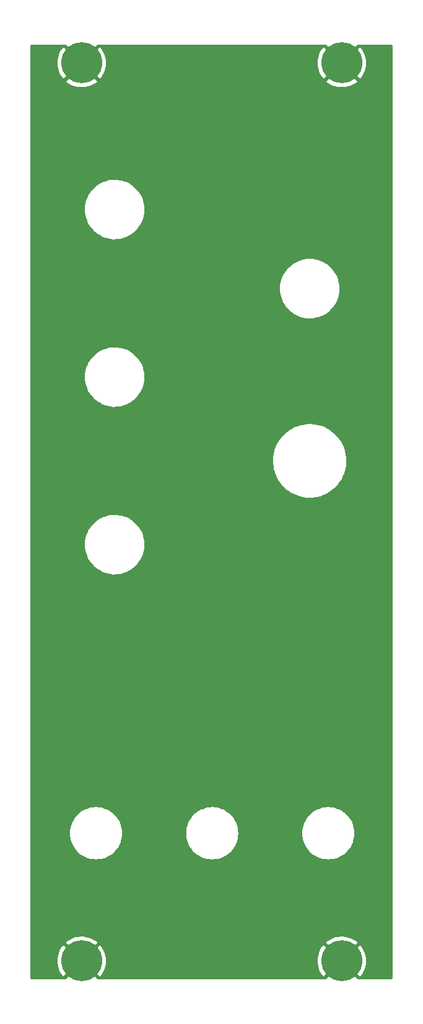
<source format=gbl>
G04 #@! TF.GenerationSoftware,KiCad,Pcbnew,6.0.5+dfsg-1~bpo11+1*
G04 #@! TF.CreationDate,2022-10-14T00:14:09+00:00*
G04 #@! TF.ProjectId,SSI2140_Phase_Shifter_front_panel,53534932-3134-4305-9f50-686173655f53,0*
G04 #@! TF.SameCoordinates,Original*
G04 #@! TF.FileFunction,Copper,L2,Bot*
G04 #@! TF.FilePolarity,Positive*
%FSLAX46Y46*%
G04 Gerber Fmt 4.6, Leading zero omitted, Abs format (unit mm)*
G04 Created by KiCad (PCBNEW 6.0.5+dfsg-1~bpo11+1) date 2022-10-14 00:14:09*
%MOMM*%
%LPD*%
G01*
G04 APERTURE LIST*
G04 #@! TA.AperFunction,ComponentPad*
%ADD10C,5.600000*%
G04 #@! TD*
G04 APERTURE END LIST*
D10*
X126305000Y-32705000D03*
X161865000Y-32705000D03*
X161865000Y-155205000D03*
X126305000Y-155205000D03*
G04 #@! TA.AperFunction,Conductor*
G36*
X124188642Y-30233502D02*
G01*
X124209616Y-30250405D01*
X126292190Y-32332980D01*
X126306131Y-32340592D01*
X126307966Y-32340461D01*
X126314580Y-32336210D01*
X128400384Y-30250405D01*
X128462696Y-30216380D01*
X128489479Y-30213500D01*
X159680521Y-30213500D01*
X159748642Y-30233502D01*
X159769616Y-30250405D01*
X161852190Y-32332980D01*
X161866131Y-32340592D01*
X161867966Y-32340461D01*
X161874580Y-32336210D01*
X163960384Y-30250405D01*
X164022696Y-30216380D01*
X164049479Y-30213500D01*
X168670500Y-30213500D01*
X168738621Y-30233502D01*
X168785114Y-30287158D01*
X168796500Y-30339500D01*
X168796500Y-157570500D01*
X168776498Y-157638621D01*
X168722842Y-157685114D01*
X168670500Y-157696500D01*
X164049479Y-157696500D01*
X163981358Y-157676498D01*
X163960384Y-157659595D01*
X161877810Y-155577020D01*
X161863869Y-155569408D01*
X161862034Y-155569539D01*
X161855420Y-155573790D01*
X159769616Y-157659595D01*
X159707304Y-157693620D01*
X159680521Y-157696500D01*
X128489479Y-157696500D01*
X128421358Y-157676498D01*
X128400384Y-157659595D01*
X126317810Y-155577020D01*
X126303869Y-155569408D01*
X126302034Y-155569539D01*
X126295420Y-155573790D01*
X124209616Y-157659595D01*
X124147304Y-157693620D01*
X124120521Y-157696500D01*
X119439500Y-157696500D01*
X119371379Y-157676498D01*
X119324886Y-157622842D01*
X119313500Y-157570500D01*
X119313500Y-155196832D01*
X122992333Y-155196832D01*
X123010117Y-155547893D01*
X123010827Y-155554649D01*
X123066420Y-155901723D01*
X123067859Y-155908378D01*
X123160608Y-156247410D01*
X123162757Y-156253871D01*
X123291581Y-156580912D01*
X123294412Y-156587095D01*
X123457803Y-156898310D01*
X123461286Y-156904152D01*
X123657330Y-157195896D01*
X123661433Y-157201340D01*
X123781425Y-157343836D01*
X123794164Y-157352279D01*
X123804608Y-157346181D01*
X125932980Y-155217810D01*
X125939357Y-155206131D01*
X126669408Y-155206131D01*
X126669539Y-155207966D01*
X126673790Y-155214580D01*
X128804009Y-157344798D01*
X128817605Y-157352223D01*
X128827218Y-157345522D01*
X128927518Y-157228912D01*
X128931676Y-157223514D01*
X129130762Y-156933840D01*
X129134310Y-156928029D01*
X129300942Y-156618559D01*
X129303849Y-156612381D01*
X129436090Y-156286713D01*
X129438304Y-156280283D01*
X129534598Y-155942237D01*
X129536105Y-155935607D01*
X129595332Y-155589118D01*
X129596112Y-155582378D01*
X129617668Y-155229925D01*
X129617784Y-155226323D01*
X129617853Y-155206819D01*
X129617761Y-155203194D01*
X129617416Y-155196832D01*
X158552333Y-155196832D01*
X158570117Y-155547893D01*
X158570827Y-155554649D01*
X158626420Y-155901723D01*
X158627859Y-155908378D01*
X158720608Y-156247410D01*
X158722757Y-156253871D01*
X158851581Y-156580912D01*
X158854412Y-156587095D01*
X159017803Y-156898310D01*
X159021286Y-156904152D01*
X159217330Y-157195896D01*
X159221433Y-157201340D01*
X159341425Y-157343836D01*
X159354164Y-157352279D01*
X159364608Y-157346181D01*
X161492980Y-155217810D01*
X161499357Y-155206131D01*
X162229408Y-155206131D01*
X162229539Y-155207966D01*
X162233790Y-155214580D01*
X164364009Y-157344798D01*
X164377605Y-157352223D01*
X164387218Y-157345522D01*
X164487518Y-157228912D01*
X164491676Y-157223514D01*
X164690762Y-156933840D01*
X164694310Y-156928029D01*
X164860942Y-156618559D01*
X164863849Y-156612381D01*
X164996090Y-156286713D01*
X164998304Y-156280283D01*
X165094598Y-155942237D01*
X165096105Y-155935607D01*
X165155332Y-155589118D01*
X165156112Y-155582378D01*
X165177668Y-155229925D01*
X165177784Y-155226323D01*
X165177853Y-155206819D01*
X165177761Y-155203194D01*
X165158666Y-154850615D01*
X165157931Y-154843849D01*
X165101130Y-154496985D01*
X165099663Y-154490313D01*
X165005736Y-154151627D01*
X165003562Y-154145163D01*
X164873598Y-153818578D01*
X164870742Y-153812398D01*
X164706269Y-153501763D01*
X164702769Y-153495937D01*
X164505697Y-153204862D01*
X164501590Y-153199453D01*
X164388565Y-153066179D01*
X164375740Y-153057743D01*
X164365416Y-153063795D01*
X162237020Y-155192190D01*
X162229408Y-155206131D01*
X161499357Y-155206131D01*
X161500592Y-155203869D01*
X161500461Y-155202034D01*
X161496210Y-155195420D01*
X159365992Y-153065203D01*
X159352455Y-153057811D01*
X159342753Y-153064599D01*
X159235430Y-153190257D01*
X159231296Y-153195664D01*
X159033215Y-153486041D01*
X159029697Y-153491851D01*
X158864134Y-153801922D01*
X158861259Y-153808087D01*
X158730155Y-154134218D01*
X158727962Y-154140658D01*
X158632846Y-154479044D01*
X158631363Y-154485679D01*
X158573350Y-154832354D01*
X158572591Y-154839126D01*
X158552357Y-155190037D01*
X158552333Y-155196832D01*
X129617416Y-155196832D01*
X129598666Y-154850615D01*
X129597931Y-154843849D01*
X129541130Y-154496985D01*
X129539663Y-154490313D01*
X129445736Y-154151627D01*
X129443562Y-154145163D01*
X129313598Y-153818578D01*
X129310742Y-153812398D01*
X129146269Y-153501763D01*
X129142769Y-153495937D01*
X128945697Y-153204862D01*
X128941590Y-153199453D01*
X128828565Y-153066179D01*
X128815740Y-153057743D01*
X128805416Y-153063795D01*
X126677020Y-155192190D01*
X126669408Y-155206131D01*
X125939357Y-155206131D01*
X125940592Y-155203869D01*
X125940461Y-155202034D01*
X125936210Y-155195420D01*
X123805992Y-153065203D01*
X123792455Y-153057811D01*
X123782753Y-153064599D01*
X123675430Y-153190257D01*
X123671296Y-153195664D01*
X123473215Y-153486041D01*
X123469697Y-153491851D01*
X123304134Y-153801922D01*
X123301259Y-153808087D01*
X123170155Y-154134218D01*
X123167962Y-154140658D01*
X123072846Y-154479044D01*
X123071363Y-154485679D01*
X123013350Y-154832354D01*
X123012591Y-154839126D01*
X122992357Y-155190037D01*
X122992333Y-155196832D01*
X119313500Y-155196832D01*
X119313500Y-152691862D01*
X124154950Y-152691862D01*
X124154986Y-152692704D01*
X124160037Y-152700826D01*
X126292190Y-154832980D01*
X126306131Y-154840592D01*
X126307966Y-154840461D01*
X126314580Y-154836210D01*
X128447798Y-152702991D01*
X128453875Y-152691862D01*
X159714950Y-152691862D01*
X159714986Y-152692704D01*
X159720037Y-152700826D01*
X161852190Y-154832980D01*
X161866131Y-154840592D01*
X161867966Y-154840461D01*
X161874580Y-154836210D01*
X164007798Y-152702991D01*
X164015412Y-152689047D01*
X164015344Y-152688089D01*
X164010836Y-152681272D01*
X164009418Y-152680065D01*
X163729813Y-152467064D01*
X163724187Y-152463240D01*
X163423214Y-152281681D01*
X163417202Y-152278484D01*
X163098370Y-152130487D01*
X163092070Y-152127967D01*
X162759129Y-152015273D01*
X162752551Y-152013437D01*
X162409417Y-151937367D01*
X162402678Y-151936251D01*
X162053310Y-151897680D01*
X162046529Y-151897301D01*
X161695015Y-151896687D01*
X161688242Y-151897042D01*
X161338720Y-151934395D01*
X161332010Y-151935482D01*
X160988586Y-152010361D01*
X160982011Y-152012172D01*
X160648683Y-152123702D01*
X160642361Y-152126205D01*
X160323034Y-152273079D01*
X160316991Y-152276265D01*
X160015401Y-152456763D01*
X160009755Y-152460571D01*
X159729408Y-152672596D01*
X159724211Y-152676987D01*
X159722972Y-152678155D01*
X159714950Y-152691862D01*
X128453875Y-152691862D01*
X128455412Y-152689047D01*
X128455344Y-152688089D01*
X128450836Y-152681272D01*
X128449418Y-152680065D01*
X128169813Y-152467064D01*
X128164187Y-152463240D01*
X127863214Y-152281681D01*
X127857202Y-152278484D01*
X127538370Y-152130487D01*
X127532070Y-152127967D01*
X127199129Y-152015273D01*
X127192551Y-152013437D01*
X126849417Y-151937367D01*
X126842678Y-151936251D01*
X126493310Y-151897680D01*
X126486529Y-151897301D01*
X126135015Y-151896687D01*
X126128242Y-151897042D01*
X125778720Y-151934395D01*
X125772010Y-151935482D01*
X125428586Y-152010361D01*
X125422011Y-152012172D01*
X125088683Y-152123702D01*
X125082361Y-152126205D01*
X124763034Y-152273079D01*
X124756991Y-152276265D01*
X124455401Y-152456763D01*
X124449755Y-152460571D01*
X124169408Y-152672596D01*
X124164211Y-152676987D01*
X124162972Y-152678155D01*
X124154950Y-152691862D01*
X119313500Y-152691862D01*
X119313500Y-137795000D01*
X124706617Y-137795000D01*
X124726138Y-138167475D01*
X124784485Y-138535869D01*
X124881021Y-138896146D01*
X125014688Y-139244358D01*
X125016180Y-139247286D01*
X125016183Y-139247293D01*
X125037361Y-139288856D01*
X125184020Y-139576691D01*
X125185816Y-139579457D01*
X125185818Y-139579460D01*
X125385366Y-139886737D01*
X125387163Y-139889504D01*
X125621890Y-140179369D01*
X125885631Y-140443110D01*
X126175496Y-140677837D01*
X126488308Y-140880980D01*
X126661083Y-140969013D01*
X126817707Y-141048817D01*
X126817714Y-141048820D01*
X126820642Y-141050312D01*
X126823714Y-141051491D01*
X126823718Y-141051493D01*
X126949749Y-141099872D01*
X127168854Y-141183979D01*
X127529131Y-141280515D01*
X127532381Y-141281030D01*
X127532387Y-141281031D01*
X127805628Y-141324307D01*
X127897525Y-141338862D01*
X127900810Y-141339034D01*
X127900818Y-141339035D01*
X128266699Y-141358210D01*
X128270000Y-141358383D01*
X128273301Y-141358210D01*
X128639182Y-141339035D01*
X128639190Y-141339034D01*
X128642475Y-141338862D01*
X128734372Y-141324307D01*
X129007613Y-141281031D01*
X129007619Y-141281030D01*
X129010869Y-141280515D01*
X129371146Y-141183979D01*
X129590251Y-141099872D01*
X129716282Y-141051493D01*
X129716286Y-141051491D01*
X129719358Y-141050312D01*
X129722286Y-141048820D01*
X129722293Y-141048817D01*
X129878917Y-140969013D01*
X130051692Y-140880980D01*
X130364504Y-140677837D01*
X130654369Y-140443110D01*
X130918110Y-140179369D01*
X131152837Y-139889504D01*
X131154634Y-139886737D01*
X131354182Y-139579460D01*
X131354184Y-139579457D01*
X131355980Y-139576691D01*
X131502640Y-139288856D01*
X131523817Y-139247293D01*
X131523820Y-139247286D01*
X131525312Y-139244358D01*
X131658979Y-138896146D01*
X131755515Y-138535869D01*
X131813862Y-138167475D01*
X131833383Y-137795000D01*
X140581617Y-137795000D01*
X140601138Y-138167475D01*
X140659485Y-138535869D01*
X140756021Y-138896146D01*
X140889688Y-139244358D01*
X140891180Y-139247286D01*
X140891183Y-139247293D01*
X140912361Y-139288856D01*
X141059020Y-139576691D01*
X141060816Y-139579457D01*
X141060818Y-139579460D01*
X141260366Y-139886737D01*
X141262163Y-139889504D01*
X141496890Y-140179369D01*
X141760631Y-140443110D01*
X142050496Y-140677837D01*
X142363308Y-140880980D01*
X142536083Y-140969013D01*
X142692707Y-141048817D01*
X142692714Y-141048820D01*
X142695642Y-141050312D01*
X142698714Y-141051491D01*
X142698718Y-141051493D01*
X142824749Y-141099872D01*
X143043854Y-141183979D01*
X143404131Y-141280515D01*
X143407381Y-141281030D01*
X143407387Y-141281031D01*
X143680628Y-141324307D01*
X143772525Y-141338862D01*
X143775810Y-141339034D01*
X143775818Y-141339035D01*
X144141699Y-141358210D01*
X144145000Y-141358383D01*
X144148301Y-141358210D01*
X144514182Y-141339035D01*
X144514190Y-141339034D01*
X144517475Y-141338862D01*
X144609372Y-141324307D01*
X144882613Y-141281031D01*
X144882619Y-141281030D01*
X144885869Y-141280515D01*
X145246146Y-141183979D01*
X145465251Y-141099872D01*
X145591282Y-141051493D01*
X145591286Y-141051491D01*
X145594358Y-141050312D01*
X145597286Y-141048820D01*
X145597293Y-141048817D01*
X145753917Y-140969013D01*
X145926692Y-140880980D01*
X146239504Y-140677837D01*
X146529369Y-140443110D01*
X146793110Y-140179369D01*
X147027837Y-139889504D01*
X147029634Y-139886737D01*
X147229182Y-139579460D01*
X147229184Y-139579457D01*
X147230980Y-139576691D01*
X147377640Y-139288856D01*
X147398817Y-139247293D01*
X147398820Y-139247286D01*
X147400312Y-139244358D01*
X147533979Y-138896146D01*
X147630515Y-138535869D01*
X147688862Y-138167475D01*
X147708383Y-137795000D01*
X156456617Y-137795000D01*
X156476138Y-138167475D01*
X156534485Y-138535869D01*
X156631021Y-138896146D01*
X156764688Y-139244358D01*
X156766180Y-139247286D01*
X156766183Y-139247293D01*
X156787361Y-139288856D01*
X156934020Y-139576691D01*
X156935816Y-139579457D01*
X156935818Y-139579460D01*
X157135366Y-139886737D01*
X157137163Y-139889504D01*
X157371890Y-140179369D01*
X157635631Y-140443110D01*
X157925496Y-140677837D01*
X158238308Y-140880980D01*
X158411083Y-140969013D01*
X158567707Y-141048817D01*
X158567714Y-141048820D01*
X158570642Y-141050312D01*
X158573714Y-141051491D01*
X158573718Y-141051493D01*
X158699749Y-141099872D01*
X158918854Y-141183979D01*
X159279131Y-141280515D01*
X159282381Y-141281030D01*
X159282387Y-141281031D01*
X159555628Y-141324307D01*
X159647525Y-141338862D01*
X159650810Y-141339034D01*
X159650818Y-141339035D01*
X160016699Y-141358210D01*
X160020000Y-141358383D01*
X160023301Y-141358210D01*
X160389182Y-141339035D01*
X160389190Y-141339034D01*
X160392475Y-141338862D01*
X160484372Y-141324307D01*
X160757613Y-141281031D01*
X160757619Y-141281030D01*
X160760869Y-141280515D01*
X161121146Y-141183979D01*
X161340251Y-141099872D01*
X161466282Y-141051493D01*
X161466286Y-141051491D01*
X161469358Y-141050312D01*
X161472286Y-141048820D01*
X161472293Y-141048817D01*
X161628917Y-140969013D01*
X161801692Y-140880980D01*
X162114504Y-140677837D01*
X162404369Y-140443110D01*
X162668110Y-140179369D01*
X162902837Y-139889504D01*
X162904634Y-139886737D01*
X163104182Y-139579460D01*
X163104184Y-139579457D01*
X163105980Y-139576691D01*
X163252640Y-139288856D01*
X163273817Y-139247293D01*
X163273820Y-139247286D01*
X163275312Y-139244358D01*
X163408979Y-138896146D01*
X163505515Y-138535869D01*
X163563862Y-138167475D01*
X163583383Y-137795000D01*
X163563862Y-137422525D01*
X163505515Y-137054131D01*
X163408979Y-136693854D01*
X163275312Y-136345642D01*
X163273817Y-136342707D01*
X163107479Y-136016250D01*
X163107475Y-136016243D01*
X163105980Y-136013309D01*
X162991316Y-135836741D01*
X162904634Y-135703263D01*
X162904633Y-135703262D01*
X162902837Y-135700496D01*
X162668110Y-135410631D01*
X162404369Y-135146890D01*
X162114504Y-134912163D01*
X161801692Y-134709020D01*
X161628917Y-134620987D01*
X161472293Y-134541183D01*
X161472286Y-134541180D01*
X161469358Y-134539688D01*
X161466286Y-134538509D01*
X161466282Y-134538507D01*
X161340251Y-134490128D01*
X161121146Y-134406021D01*
X160760869Y-134309485D01*
X160757619Y-134308970D01*
X160757613Y-134308969D01*
X160484372Y-134265693D01*
X160392475Y-134251138D01*
X160389190Y-134250966D01*
X160389182Y-134250965D01*
X160023301Y-134231790D01*
X160020000Y-134231617D01*
X160016699Y-134231790D01*
X159650818Y-134250965D01*
X159650810Y-134250966D01*
X159647525Y-134251138D01*
X159555628Y-134265693D01*
X159282387Y-134308969D01*
X159282381Y-134308970D01*
X159279131Y-134309485D01*
X158918854Y-134406021D01*
X158699749Y-134490128D01*
X158573718Y-134538507D01*
X158573714Y-134538509D01*
X158570642Y-134539688D01*
X158567714Y-134541180D01*
X158567707Y-134541183D01*
X158241250Y-134707521D01*
X158241247Y-134707523D01*
X158238309Y-134709020D01*
X158235543Y-134710816D01*
X158235540Y-134710818D01*
X157928263Y-134910366D01*
X157925496Y-134912163D01*
X157922939Y-134914234D01*
X157922933Y-134914238D01*
X157638192Y-135144816D01*
X157635631Y-135146890D01*
X157371890Y-135410631D01*
X157137163Y-135700496D01*
X157135367Y-135703262D01*
X157135366Y-135703263D01*
X157048685Y-135836741D01*
X156934020Y-136013309D01*
X156932525Y-136016243D01*
X156932521Y-136016250D01*
X156766183Y-136342707D01*
X156764688Y-136345642D01*
X156631021Y-136693854D01*
X156534485Y-137054131D01*
X156476138Y-137422525D01*
X156456617Y-137795000D01*
X147708383Y-137795000D01*
X147688862Y-137422525D01*
X147630515Y-137054131D01*
X147533979Y-136693854D01*
X147400312Y-136345642D01*
X147398817Y-136342707D01*
X147232479Y-136016250D01*
X147232475Y-136016243D01*
X147230980Y-136013309D01*
X147116316Y-135836741D01*
X147029634Y-135703263D01*
X147029633Y-135703262D01*
X147027837Y-135700496D01*
X146793110Y-135410631D01*
X146529369Y-135146890D01*
X146239504Y-134912163D01*
X145926692Y-134709020D01*
X145753917Y-134620987D01*
X145597293Y-134541183D01*
X145597286Y-134541180D01*
X145594358Y-134539688D01*
X145591286Y-134538509D01*
X145591282Y-134538507D01*
X145465251Y-134490128D01*
X145246146Y-134406021D01*
X144885869Y-134309485D01*
X144882619Y-134308970D01*
X144882613Y-134308969D01*
X144609372Y-134265693D01*
X144517475Y-134251138D01*
X144514190Y-134250966D01*
X144514182Y-134250965D01*
X144148301Y-134231790D01*
X144145000Y-134231617D01*
X144141699Y-134231790D01*
X143775818Y-134250965D01*
X143775810Y-134250966D01*
X143772525Y-134251138D01*
X143680628Y-134265693D01*
X143407387Y-134308969D01*
X143407381Y-134308970D01*
X143404131Y-134309485D01*
X143043854Y-134406021D01*
X142824749Y-134490128D01*
X142698718Y-134538507D01*
X142698714Y-134538509D01*
X142695642Y-134539688D01*
X142692714Y-134541180D01*
X142692707Y-134541183D01*
X142366250Y-134707521D01*
X142366247Y-134707523D01*
X142363309Y-134709020D01*
X142360543Y-134710816D01*
X142360540Y-134710818D01*
X142053263Y-134910366D01*
X142050496Y-134912163D01*
X142047939Y-134914234D01*
X142047933Y-134914238D01*
X141763192Y-135144816D01*
X141760631Y-135146890D01*
X141496890Y-135410631D01*
X141262163Y-135700496D01*
X141260367Y-135703262D01*
X141260366Y-135703263D01*
X141173685Y-135836741D01*
X141059020Y-136013309D01*
X141057525Y-136016243D01*
X141057521Y-136016250D01*
X140891183Y-136342707D01*
X140889688Y-136345642D01*
X140756021Y-136693854D01*
X140659485Y-137054131D01*
X140601138Y-137422525D01*
X140581617Y-137795000D01*
X131833383Y-137795000D01*
X131813862Y-137422525D01*
X131755515Y-137054131D01*
X131658979Y-136693854D01*
X131525312Y-136345642D01*
X131523817Y-136342707D01*
X131357479Y-136016250D01*
X131357475Y-136016243D01*
X131355980Y-136013309D01*
X131241316Y-135836741D01*
X131154634Y-135703263D01*
X131154633Y-135703262D01*
X131152837Y-135700496D01*
X130918110Y-135410631D01*
X130654369Y-135146890D01*
X130364504Y-134912163D01*
X130051692Y-134709020D01*
X129878917Y-134620987D01*
X129722293Y-134541183D01*
X129722286Y-134541180D01*
X129719358Y-134539688D01*
X129716286Y-134538509D01*
X129716282Y-134538507D01*
X129590251Y-134490128D01*
X129371146Y-134406021D01*
X129010869Y-134309485D01*
X129007619Y-134308970D01*
X129007613Y-134308969D01*
X128734372Y-134265693D01*
X128642475Y-134251138D01*
X128639190Y-134250966D01*
X128639182Y-134250965D01*
X128273301Y-134231790D01*
X128270000Y-134231617D01*
X128266699Y-134231790D01*
X127900818Y-134250965D01*
X127900810Y-134250966D01*
X127897525Y-134251138D01*
X127805628Y-134265693D01*
X127532387Y-134308969D01*
X127532381Y-134308970D01*
X127529131Y-134309485D01*
X127168854Y-134406021D01*
X126949749Y-134490128D01*
X126823718Y-134538507D01*
X126823714Y-134538509D01*
X126820642Y-134539688D01*
X126817714Y-134541180D01*
X126817707Y-134541183D01*
X126491250Y-134707521D01*
X126491247Y-134707523D01*
X126488309Y-134709020D01*
X126485543Y-134710816D01*
X126485540Y-134710818D01*
X126178263Y-134910366D01*
X126175496Y-134912163D01*
X126172939Y-134914234D01*
X126172933Y-134914238D01*
X125888192Y-135144816D01*
X125885631Y-135146890D01*
X125621890Y-135410631D01*
X125387163Y-135700496D01*
X125385367Y-135703262D01*
X125385366Y-135703263D01*
X125298685Y-135836741D01*
X125184020Y-136013309D01*
X125182525Y-136016243D01*
X125182521Y-136016250D01*
X125016183Y-136342707D01*
X125014688Y-136345642D01*
X124881021Y-136693854D01*
X124784485Y-137054131D01*
X124726138Y-137422525D01*
X124706617Y-137795000D01*
X119313500Y-137795000D01*
X119313500Y-98368266D01*
X126747001Y-98368266D01*
X126747109Y-98371356D01*
X126747499Y-98382534D01*
X126759347Y-98721798D01*
X126760856Y-98765016D01*
X126813361Y-99158521D01*
X126904014Y-99545023D01*
X127031951Y-99920835D01*
X127195950Y-100282369D01*
X127394446Y-100626174D01*
X127396235Y-100628672D01*
X127396237Y-100628676D01*
X127496353Y-100768516D01*
X127625544Y-100948969D01*
X127887038Y-101247671D01*
X127889286Y-101249782D01*
X128174178Y-101517314D01*
X128174185Y-101517320D01*
X128176433Y-101519431D01*
X128178883Y-101521318D01*
X128178888Y-101521322D01*
X128488522Y-101759773D01*
X128490965Y-101761654D01*
X128493564Y-101763278D01*
X128493574Y-101763285D01*
X128674998Y-101876650D01*
X128827634Y-101972027D01*
X129183224Y-102148544D01*
X129554342Y-102289518D01*
X129937446Y-102393605D01*
X129940489Y-102394120D01*
X129940495Y-102394121D01*
X130325837Y-102459297D01*
X130325844Y-102459298D01*
X130328878Y-102459811D01*
X130331949Y-102460026D01*
X130331951Y-102460026D01*
X130721837Y-102487290D01*
X130721845Y-102487290D01*
X130724903Y-102487504D01*
X130981170Y-102480346D01*
X131118666Y-102476505D01*
X131118669Y-102476505D01*
X131121740Y-102476419D01*
X131124793Y-102476033D01*
X131124797Y-102476033D01*
X131313315Y-102452218D01*
X131515601Y-102426663D01*
X131518605Y-102425981D01*
X131518608Y-102425980D01*
X131899731Y-102339391D01*
X131899737Y-102339389D01*
X131902727Y-102338710D01*
X132050604Y-102289518D01*
X132276499Y-102214373D01*
X132276505Y-102214371D01*
X132279423Y-102213400D01*
X132422633Y-102149639D01*
X132639294Y-102053176D01*
X132639300Y-102053173D01*
X132642094Y-102051929D01*
X132782747Y-101972027D01*
X132984603Y-101857357D01*
X132984611Y-101857352D01*
X132987276Y-101855838D01*
X133311676Y-101626999D01*
X133612197Y-101367596D01*
X133614318Y-101365369D01*
X133614324Y-101365363D01*
X133883853Y-101082329D01*
X133885970Y-101080106D01*
X133919237Y-101037527D01*
X134128472Y-100769717D01*
X134128474Y-100769714D01*
X134130382Y-100767272D01*
X134132038Y-100764662D01*
X134132044Y-100764654D01*
X134341447Y-100434688D01*
X134341451Y-100434681D01*
X134343101Y-100432081D01*
X134369390Y-100380039D01*
X134428043Y-100263925D01*
X134522096Y-100077732D01*
X134523203Y-100074878D01*
X134523207Y-100074869D01*
X134664543Y-99710483D01*
X134664546Y-99710474D01*
X134665658Y-99707607D01*
X134772417Y-99325239D01*
X134841354Y-98934278D01*
X134871811Y-98538457D01*
X134873395Y-98425000D01*
X134870772Y-98371356D01*
X134854152Y-98031552D01*
X134854002Y-98028482D01*
X134845220Y-97969012D01*
X134796458Y-97638795D01*
X134796457Y-97638791D01*
X134796008Y-97635749D01*
X134699967Y-97250550D01*
X134681728Y-97199327D01*
X134567828Y-96879460D01*
X134566796Y-96876561D01*
X134397765Y-96517352D01*
X134368015Y-96467445D01*
X134196068Y-96179003D01*
X134194488Y-96176352D01*
X133958906Y-95856815D01*
X133693266Y-95561793D01*
X133400105Y-95294100D01*
X133082222Y-95056293D01*
X133033370Y-95026707D01*
X132745277Y-94852231D01*
X132745268Y-94852226D01*
X132742649Y-94850640D01*
X132384629Y-94679106D01*
X132325229Y-94657486D01*
X132014475Y-94544381D01*
X132014474Y-94544381D01*
X132011579Y-94543327D01*
X131804688Y-94490206D01*
X131630043Y-94445365D01*
X131630040Y-94445364D01*
X131627059Y-94444599D01*
X131234740Y-94383865D01*
X131231683Y-94383694D01*
X131231682Y-94383694D01*
X131202924Y-94382086D01*
X130838368Y-94361704D01*
X130835290Y-94361833D01*
X130835286Y-94361833D01*
X130576983Y-94372659D01*
X130441724Y-94378328D01*
X130438680Y-94378756D01*
X130438678Y-94378756D01*
X130398989Y-94384334D01*
X130048596Y-94433579D01*
X129662735Y-94526928D01*
X129287825Y-94657486D01*
X129241035Y-94679106D01*
X128930242Y-94822712D01*
X128930232Y-94822717D01*
X128927445Y-94824005D01*
X128585034Y-95024896D01*
X128544018Y-95054696D01*
X128266342Y-95256439D01*
X128266336Y-95256444D01*
X128263861Y-95258242D01*
X128261575Y-95260271D01*
X128261572Y-95260274D01*
X128221134Y-95296177D01*
X127966991Y-95521815D01*
X127964901Y-95524072D01*
X127964899Y-95524074D01*
X127699354Y-95810837D01*
X127699349Y-95810843D01*
X127697259Y-95813100D01*
X127695399Y-95815550D01*
X127695396Y-95815554D01*
X127662202Y-95859286D01*
X127457238Y-96129316D01*
X127455627Y-96131934D01*
X127455624Y-96131939D01*
X127250834Y-96464821D01*
X127249220Y-96467445D01*
X127075190Y-96824258D01*
X127074119Y-96827139D01*
X127074116Y-96827145D01*
X126988146Y-97058313D01*
X126936810Y-97196352D01*
X126835400Y-97580173D01*
X126771928Y-97972058D01*
X126771734Y-97975138D01*
X126771734Y-97975140D01*
X126764762Y-98085967D01*
X126747001Y-98368266D01*
X119313500Y-98368266D01*
X119313500Y-86863761D01*
X152468170Y-86863761D01*
X152469554Y-86939270D01*
X152476345Y-87309803D01*
X152476644Y-87312578D01*
X152518838Y-87704162D01*
X152524138Y-87753353D01*
X152524683Y-87756094D01*
X152524684Y-87756099D01*
X152600472Y-88137105D01*
X152611172Y-88190899D01*
X152611959Y-88193580D01*
X152611960Y-88193586D01*
X152691399Y-88464369D01*
X152736756Y-88618976D01*
X152737776Y-88621572D01*
X152737777Y-88621575D01*
X152881008Y-88986120D01*
X152899896Y-89034194D01*
X153099301Y-89433266D01*
X153333392Y-89813032D01*
X153600315Y-90170485D01*
X153602176Y-90172563D01*
X153602177Y-90172564D01*
X153876884Y-90479268D01*
X153897957Y-90502796D01*
X153899994Y-90504699D01*
X153900001Y-90504706D01*
X154121633Y-90711742D01*
X154223961Y-90807332D01*
X154226157Y-90809045D01*
X154226161Y-90809048D01*
X154452577Y-90985625D01*
X154575746Y-91081682D01*
X154736588Y-91185536D01*
X154948183Y-91322162D01*
X154948191Y-91322167D01*
X154950527Y-91323675D01*
X155345335Y-91531394D01*
X155347928Y-91532476D01*
X155754462Y-91702116D01*
X155754467Y-91702118D01*
X155757046Y-91703194D01*
X155759711Y-91704037D01*
X155759717Y-91704039D01*
X155991317Y-91777284D01*
X156182398Y-91837715D01*
X156185128Y-91838318D01*
X156185129Y-91838318D01*
X156577664Y-91924982D01*
X156618025Y-91933893D01*
X156620799Y-91934251D01*
X156620800Y-91934251D01*
X157057707Y-91990608D01*
X157057714Y-91990609D01*
X157060477Y-91990965D01*
X157063264Y-91991075D01*
X157063270Y-91991075D01*
X157321519Y-92001221D01*
X157506251Y-92008479D01*
X157509043Y-92008340D01*
X157509048Y-92008340D01*
X157949013Y-91986438D01*
X157949022Y-91986437D01*
X157951817Y-91986298D01*
X157954594Y-91985910D01*
X157954596Y-91985910D01*
X158032542Y-91975025D01*
X158393647Y-91924596D01*
X158396357Y-91923968D01*
X158396367Y-91923966D01*
X158825515Y-91824494D01*
X158828242Y-91823862D01*
X159050990Y-91750842D01*
X159249510Y-91685764D01*
X159249516Y-91685762D01*
X159252163Y-91684894D01*
X159662052Y-91508791D01*
X160054664Y-91296950D01*
X160426890Y-91051046D01*
X160775782Y-90773026D01*
X161098580Y-90465093D01*
X161313168Y-90220402D01*
X161390874Y-90131795D01*
X161390877Y-90131791D01*
X161392725Y-90129684D01*
X161462131Y-90034680D01*
X161654242Y-89771712D01*
X161655891Y-89769455D01*
X161833582Y-89474311D01*
X161884541Y-89389669D01*
X161884546Y-89389660D01*
X161885992Y-89387258D01*
X162081207Y-88986120D01*
X162170211Y-88752428D01*
X162238994Y-88571832D01*
X162238996Y-88571825D01*
X162239990Y-88569216D01*
X162361085Y-88139848D01*
X162369480Y-88095207D01*
X162443015Y-87704162D01*
X162443017Y-87704150D01*
X162443531Y-87701415D01*
X162479719Y-87329000D01*
X162486462Y-87259606D01*
X162486463Y-87259594D01*
X162486677Y-87257389D01*
X162493548Y-86995000D01*
X162473700Y-86549324D01*
X162414312Y-86107177D01*
X162315855Y-85672060D01*
X162179108Y-85247417D01*
X162125622Y-85121104D01*
X162006245Y-84839186D01*
X162006245Y-84839185D01*
X162005155Y-84836612D01*
X161941134Y-84716458D01*
X161796679Y-84445351D01*
X161795371Y-84442896D01*
X161793850Y-84440567D01*
X161552944Y-84071721D01*
X161552941Y-84071717D01*
X161551420Y-84069388D01*
X161468192Y-83963813D01*
X161276960Y-83721237D01*
X161276958Y-83721235D01*
X161275231Y-83719044D01*
X160968992Y-83394639D01*
X160710902Y-83165898D01*
X160637234Y-83100607D01*
X160637227Y-83100602D01*
X160635128Y-83098741D01*
X160276282Y-82833694D01*
X160075449Y-82711345D01*
X159897684Y-82603049D01*
X159897677Y-82603045D01*
X159895295Y-82601594D01*
X159772964Y-82541267D01*
X159497696Y-82405521D01*
X159495184Y-82404282D01*
X159079118Y-82243318D01*
X158942562Y-82204032D01*
X158653071Y-82120748D01*
X158653065Y-82120746D01*
X158650390Y-82119977D01*
X158647653Y-82119448D01*
X158647647Y-82119446D01*
X158496581Y-82090219D01*
X158212394Y-82035236D01*
X158209617Y-82034951D01*
X158209607Y-82034950D01*
X157934789Y-82006793D01*
X157768600Y-81989765D01*
X157765810Y-81989728D01*
X157765802Y-81989728D01*
X157487276Y-81986083D01*
X157322521Y-81983926D01*
X157319721Y-81984139D01*
X157319720Y-81984139D01*
X156880475Y-82017551D01*
X156877688Y-82017763D01*
X156437625Y-82091010D01*
X156347566Y-82114385D01*
X156008533Y-82202380D01*
X156008522Y-82202383D01*
X156005815Y-82203086D01*
X155737441Y-82298913D01*
X155588320Y-82352159D01*
X155588315Y-82352161D01*
X155585677Y-82353103D01*
X155583137Y-82354274D01*
X155583132Y-82354276D01*
X155474661Y-82404282D01*
X155180538Y-82539875D01*
X154793607Y-82761921D01*
X154791315Y-82763523D01*
X154791307Y-82763528D01*
X154486471Y-82976581D01*
X154427945Y-83017485D01*
X154425804Y-83019285D01*
X154425801Y-83019287D01*
X154098818Y-83294146D01*
X154086450Y-83304542D01*
X154084476Y-83306526D01*
X154084472Y-83306530D01*
X153996823Y-83394639D01*
X153771824Y-83620819D01*
X153486559Y-83963813D01*
X153232914Y-84330808D01*
X153012896Y-84718897D01*
X153011737Y-84721446D01*
X153011735Y-84721450D01*
X152829405Y-85122462D01*
X152829400Y-85122473D01*
X152828248Y-85125008D01*
X152827326Y-85127634D01*
X152827321Y-85127646D01*
X152743148Y-85367340D01*
X152680433Y-85545925D01*
X152679742Y-85548645D01*
X152679741Y-85548649D01*
X152647706Y-85674788D01*
X152570619Y-85978316D01*
X152570176Y-85981066D01*
X152570174Y-85981076D01*
X152531737Y-86219714D01*
X152499678Y-86418757D01*
X152499480Y-86421558D01*
X152499479Y-86421564D01*
X152486456Y-86605498D01*
X152468170Y-86863761D01*
X119313500Y-86863761D01*
X119313500Y-75508266D01*
X126747001Y-75508266D01*
X126747109Y-75511356D01*
X126747499Y-75522534D01*
X126759347Y-75861798D01*
X126760856Y-75905016D01*
X126813361Y-76298521D01*
X126904014Y-76685023D01*
X127031951Y-77060835D01*
X127195950Y-77422369D01*
X127394446Y-77766174D01*
X127396235Y-77768672D01*
X127396237Y-77768676D01*
X127496353Y-77908516D01*
X127625544Y-78088969D01*
X127887038Y-78387671D01*
X127889286Y-78389782D01*
X128174178Y-78657314D01*
X128174185Y-78657320D01*
X128176433Y-78659431D01*
X128178883Y-78661318D01*
X128178888Y-78661322D01*
X128488522Y-78899773D01*
X128490965Y-78901654D01*
X128493564Y-78903278D01*
X128493574Y-78903285D01*
X128674998Y-79016650D01*
X128827634Y-79112027D01*
X129183224Y-79288544D01*
X129554342Y-79429518D01*
X129937446Y-79533605D01*
X129940489Y-79534120D01*
X129940495Y-79534121D01*
X130325837Y-79599297D01*
X130325844Y-79599298D01*
X130328878Y-79599811D01*
X130331949Y-79600026D01*
X130331951Y-79600026D01*
X130721837Y-79627290D01*
X130721845Y-79627290D01*
X130724903Y-79627504D01*
X130981170Y-79620346D01*
X131118666Y-79616505D01*
X131118669Y-79616505D01*
X131121740Y-79616419D01*
X131124793Y-79616033D01*
X131124797Y-79616033D01*
X131313315Y-79592218D01*
X131515601Y-79566663D01*
X131518605Y-79565981D01*
X131518608Y-79565980D01*
X131899731Y-79479391D01*
X131899737Y-79479389D01*
X131902727Y-79478710D01*
X132050604Y-79429518D01*
X132276499Y-79354373D01*
X132276505Y-79354371D01*
X132279423Y-79353400D01*
X132422633Y-79289639D01*
X132639294Y-79193176D01*
X132639300Y-79193173D01*
X132642094Y-79191929D01*
X132782747Y-79112027D01*
X132984603Y-78997357D01*
X132984611Y-78997352D01*
X132987276Y-78995838D01*
X133311676Y-78766999D01*
X133612197Y-78507596D01*
X133614318Y-78505369D01*
X133614324Y-78505363D01*
X133883853Y-78222329D01*
X133885970Y-78220106D01*
X133919237Y-78177527D01*
X134128472Y-77909717D01*
X134128474Y-77909714D01*
X134130382Y-77907272D01*
X134132038Y-77904662D01*
X134132044Y-77904654D01*
X134341447Y-77574688D01*
X134341451Y-77574681D01*
X134343101Y-77572081D01*
X134369390Y-77520039D01*
X134428043Y-77403925D01*
X134522096Y-77217732D01*
X134523203Y-77214878D01*
X134523207Y-77214869D01*
X134664543Y-76850483D01*
X134664546Y-76850474D01*
X134665658Y-76847607D01*
X134772417Y-76465239D01*
X134841354Y-76074278D01*
X134871811Y-75678457D01*
X134873395Y-75565000D01*
X134870772Y-75511356D01*
X134854152Y-75171552D01*
X134854002Y-75168482D01*
X134845220Y-75109012D01*
X134796458Y-74778795D01*
X134796457Y-74778791D01*
X134796008Y-74775749D01*
X134699967Y-74390550D01*
X134681728Y-74339327D01*
X134567828Y-74019460D01*
X134566796Y-74016561D01*
X134397765Y-73657352D01*
X134368015Y-73607445D01*
X134196068Y-73319003D01*
X134194488Y-73316352D01*
X133958906Y-72996815D01*
X133693266Y-72701793D01*
X133400105Y-72434100D01*
X133082222Y-72196293D01*
X133033370Y-72166707D01*
X132745277Y-71992231D01*
X132745268Y-71992226D01*
X132742649Y-71990640D01*
X132384629Y-71819106D01*
X132325229Y-71797486D01*
X132014475Y-71684381D01*
X132014474Y-71684381D01*
X132011579Y-71683327D01*
X131804688Y-71630206D01*
X131630043Y-71585365D01*
X131630040Y-71585364D01*
X131627059Y-71584599D01*
X131234740Y-71523865D01*
X131231683Y-71523694D01*
X131231682Y-71523694D01*
X131202924Y-71522086D01*
X130838368Y-71501704D01*
X130835290Y-71501833D01*
X130835286Y-71501833D01*
X130576983Y-71512659D01*
X130441724Y-71518328D01*
X130438680Y-71518756D01*
X130438678Y-71518756D01*
X130398989Y-71524334D01*
X130048596Y-71573579D01*
X129662735Y-71666928D01*
X129287825Y-71797486D01*
X129241035Y-71819106D01*
X128930242Y-71962712D01*
X128930232Y-71962717D01*
X128927445Y-71964005D01*
X128585034Y-72164896D01*
X128544018Y-72194696D01*
X128266342Y-72396439D01*
X128266336Y-72396444D01*
X128263861Y-72398242D01*
X128261575Y-72400271D01*
X128261572Y-72400274D01*
X128221134Y-72436177D01*
X127966991Y-72661815D01*
X127964901Y-72664072D01*
X127964899Y-72664074D01*
X127699354Y-72950837D01*
X127699349Y-72950843D01*
X127697259Y-72953100D01*
X127695399Y-72955550D01*
X127695396Y-72955554D01*
X127662202Y-72999286D01*
X127457238Y-73269316D01*
X127455627Y-73271934D01*
X127455624Y-73271939D01*
X127250834Y-73604821D01*
X127249220Y-73607445D01*
X127075190Y-73964258D01*
X127074119Y-73967139D01*
X127074116Y-73967145D01*
X126988146Y-74198313D01*
X126936810Y-74336352D01*
X126835400Y-74720173D01*
X126771928Y-75112058D01*
X126771734Y-75115138D01*
X126771734Y-75115140D01*
X126764762Y-75225967D01*
X126747001Y-75508266D01*
X119313500Y-75508266D01*
X119313500Y-63443266D01*
X153417001Y-63443266D01*
X153417109Y-63446356D01*
X153417499Y-63457534D01*
X153429347Y-63796798D01*
X153430856Y-63840016D01*
X153483361Y-64233521D01*
X153574014Y-64620023D01*
X153701951Y-64995835D01*
X153865950Y-65357369D01*
X154064446Y-65701174D01*
X154066235Y-65703672D01*
X154066237Y-65703676D01*
X154166353Y-65843516D01*
X154295544Y-66023969D01*
X154557038Y-66322671D01*
X154559286Y-66324782D01*
X154844178Y-66592314D01*
X154844185Y-66592320D01*
X154846433Y-66594431D01*
X154848883Y-66596318D01*
X154848888Y-66596322D01*
X155158522Y-66834773D01*
X155160965Y-66836654D01*
X155163564Y-66838278D01*
X155163574Y-66838285D01*
X155344998Y-66951650D01*
X155497634Y-67047027D01*
X155853224Y-67223544D01*
X156224342Y-67364518D01*
X156607446Y-67468605D01*
X156610489Y-67469120D01*
X156610495Y-67469121D01*
X156995837Y-67534297D01*
X156995844Y-67534298D01*
X156998878Y-67534811D01*
X157001949Y-67535026D01*
X157001951Y-67535026D01*
X157391837Y-67562290D01*
X157391845Y-67562290D01*
X157394903Y-67562504D01*
X157651170Y-67555346D01*
X157788666Y-67551505D01*
X157788669Y-67551505D01*
X157791740Y-67551419D01*
X157794793Y-67551033D01*
X157794797Y-67551033D01*
X157983315Y-67527218D01*
X158185601Y-67501663D01*
X158188605Y-67500981D01*
X158188608Y-67500980D01*
X158569731Y-67414391D01*
X158569737Y-67414389D01*
X158572727Y-67413710D01*
X158720604Y-67364518D01*
X158946499Y-67289373D01*
X158946505Y-67289371D01*
X158949423Y-67288400D01*
X159092633Y-67224639D01*
X159309294Y-67128176D01*
X159309300Y-67128173D01*
X159312094Y-67126929D01*
X159452747Y-67047027D01*
X159654603Y-66932357D01*
X159654611Y-66932352D01*
X159657276Y-66930838D01*
X159981676Y-66701999D01*
X160282197Y-66442596D01*
X160284318Y-66440369D01*
X160284324Y-66440363D01*
X160553853Y-66157329D01*
X160555970Y-66155106D01*
X160589237Y-66112527D01*
X160798472Y-65844717D01*
X160798474Y-65844714D01*
X160800382Y-65842272D01*
X160802038Y-65839662D01*
X160802044Y-65839654D01*
X161011447Y-65509688D01*
X161011451Y-65509681D01*
X161013101Y-65507081D01*
X161039390Y-65455039D01*
X161098043Y-65338925D01*
X161192096Y-65152732D01*
X161193203Y-65149878D01*
X161193207Y-65149869D01*
X161334543Y-64785483D01*
X161334546Y-64785474D01*
X161335658Y-64782607D01*
X161442417Y-64400239D01*
X161511354Y-64009278D01*
X161541811Y-63613457D01*
X161543395Y-63500000D01*
X161540772Y-63446356D01*
X161524152Y-63106552D01*
X161524002Y-63103482D01*
X161515220Y-63044012D01*
X161466458Y-62713795D01*
X161466457Y-62713791D01*
X161466008Y-62710749D01*
X161369967Y-62325550D01*
X161351728Y-62274327D01*
X161237828Y-61954460D01*
X161236796Y-61951561D01*
X161067765Y-61592352D01*
X161038015Y-61542445D01*
X160866068Y-61254003D01*
X160864488Y-61251352D01*
X160628906Y-60931815D01*
X160363266Y-60636793D01*
X160070105Y-60369100D01*
X159752222Y-60131293D01*
X159703370Y-60101707D01*
X159415277Y-59927231D01*
X159415268Y-59927226D01*
X159412649Y-59925640D01*
X159054629Y-59754106D01*
X158995229Y-59732486D01*
X158684475Y-59619381D01*
X158684474Y-59619381D01*
X158681579Y-59618327D01*
X158474688Y-59565206D01*
X158300043Y-59520365D01*
X158300040Y-59520364D01*
X158297059Y-59519599D01*
X157904740Y-59458865D01*
X157901683Y-59458694D01*
X157901682Y-59458694D01*
X157872924Y-59457086D01*
X157508368Y-59436704D01*
X157505290Y-59436833D01*
X157505286Y-59436833D01*
X157246983Y-59447659D01*
X157111724Y-59453328D01*
X157108680Y-59453756D01*
X157108678Y-59453756D01*
X157068989Y-59459334D01*
X156718596Y-59508579D01*
X156332735Y-59601928D01*
X155957825Y-59732486D01*
X155911035Y-59754106D01*
X155600242Y-59897712D01*
X155600232Y-59897717D01*
X155597445Y-59899005D01*
X155255034Y-60099896D01*
X155214018Y-60129696D01*
X154936342Y-60331439D01*
X154936336Y-60331444D01*
X154933861Y-60333242D01*
X154931575Y-60335271D01*
X154931572Y-60335274D01*
X154891134Y-60371177D01*
X154636991Y-60596815D01*
X154634901Y-60599072D01*
X154634899Y-60599074D01*
X154369354Y-60885837D01*
X154369349Y-60885843D01*
X154367259Y-60888100D01*
X154365399Y-60890550D01*
X154365396Y-60890554D01*
X154332202Y-60934286D01*
X154127238Y-61204316D01*
X154125627Y-61206934D01*
X154125624Y-61206939D01*
X153920834Y-61539821D01*
X153919220Y-61542445D01*
X153745190Y-61899258D01*
X153744119Y-61902139D01*
X153744116Y-61902145D01*
X153658146Y-62133313D01*
X153606810Y-62271352D01*
X153505400Y-62655173D01*
X153441928Y-63047058D01*
X153441734Y-63050138D01*
X153441734Y-63050140D01*
X153434762Y-63160967D01*
X153417001Y-63443266D01*
X119313500Y-63443266D01*
X119313500Y-52648266D01*
X126747001Y-52648266D01*
X126747109Y-52651356D01*
X126747499Y-52662534D01*
X126759347Y-53001798D01*
X126760856Y-53045016D01*
X126813361Y-53438521D01*
X126904014Y-53825023D01*
X127031951Y-54200835D01*
X127195950Y-54562369D01*
X127394446Y-54906174D01*
X127396235Y-54908672D01*
X127396237Y-54908676D01*
X127496353Y-55048516D01*
X127625544Y-55228969D01*
X127887038Y-55527671D01*
X127889286Y-55529782D01*
X128174178Y-55797314D01*
X128174185Y-55797320D01*
X128176433Y-55799431D01*
X128178883Y-55801318D01*
X128178888Y-55801322D01*
X128488522Y-56039773D01*
X128490965Y-56041654D01*
X128493564Y-56043278D01*
X128493574Y-56043285D01*
X128674998Y-56156650D01*
X128827634Y-56252027D01*
X129183224Y-56428544D01*
X129554342Y-56569518D01*
X129937446Y-56673605D01*
X129940489Y-56674120D01*
X129940495Y-56674121D01*
X130325837Y-56739297D01*
X130325844Y-56739298D01*
X130328878Y-56739811D01*
X130331949Y-56740026D01*
X130331951Y-56740026D01*
X130721837Y-56767290D01*
X130721845Y-56767290D01*
X130724903Y-56767504D01*
X130981170Y-56760346D01*
X131118666Y-56756505D01*
X131118669Y-56756505D01*
X131121740Y-56756419D01*
X131124793Y-56756033D01*
X131124797Y-56756033D01*
X131313315Y-56732218D01*
X131515601Y-56706663D01*
X131518605Y-56705981D01*
X131518608Y-56705980D01*
X131899731Y-56619391D01*
X131899737Y-56619389D01*
X131902727Y-56618710D01*
X132050604Y-56569518D01*
X132276499Y-56494373D01*
X132276505Y-56494371D01*
X132279423Y-56493400D01*
X132422633Y-56429639D01*
X132639294Y-56333176D01*
X132639300Y-56333173D01*
X132642094Y-56331929D01*
X132782747Y-56252027D01*
X132984603Y-56137357D01*
X132984611Y-56137352D01*
X132987276Y-56135838D01*
X133311676Y-55906999D01*
X133612197Y-55647596D01*
X133614318Y-55645369D01*
X133614324Y-55645363D01*
X133883853Y-55362329D01*
X133885970Y-55360106D01*
X133919237Y-55317527D01*
X134128472Y-55049717D01*
X134128474Y-55049714D01*
X134130382Y-55047272D01*
X134132038Y-55044662D01*
X134132044Y-55044654D01*
X134341447Y-54714688D01*
X134341451Y-54714681D01*
X134343101Y-54712081D01*
X134369390Y-54660039D01*
X134428043Y-54543925D01*
X134522096Y-54357732D01*
X134523203Y-54354878D01*
X134523207Y-54354869D01*
X134664543Y-53990483D01*
X134664546Y-53990474D01*
X134665658Y-53987607D01*
X134772417Y-53605239D01*
X134841354Y-53214278D01*
X134871811Y-52818457D01*
X134873395Y-52705000D01*
X134870772Y-52651356D01*
X134854152Y-52311552D01*
X134854002Y-52308482D01*
X134845220Y-52249012D01*
X134796458Y-51918795D01*
X134796457Y-51918791D01*
X134796008Y-51915749D01*
X134699967Y-51530550D01*
X134681728Y-51479327D01*
X134567828Y-51159460D01*
X134566796Y-51156561D01*
X134397765Y-50797352D01*
X134368015Y-50747445D01*
X134196068Y-50459003D01*
X134194488Y-50456352D01*
X133958906Y-50136815D01*
X133693266Y-49841793D01*
X133400105Y-49574100D01*
X133082222Y-49336293D01*
X133033370Y-49306707D01*
X132745277Y-49132231D01*
X132745268Y-49132226D01*
X132742649Y-49130640D01*
X132384629Y-48959106D01*
X132325229Y-48937486D01*
X132014475Y-48824381D01*
X132014474Y-48824381D01*
X132011579Y-48823327D01*
X131804688Y-48770206D01*
X131630043Y-48725365D01*
X131630040Y-48725364D01*
X131627059Y-48724599D01*
X131234740Y-48663865D01*
X131231683Y-48663694D01*
X131231682Y-48663694D01*
X131202924Y-48662086D01*
X130838368Y-48641704D01*
X130835290Y-48641833D01*
X130835286Y-48641833D01*
X130576983Y-48652659D01*
X130441724Y-48658328D01*
X130438680Y-48658756D01*
X130438678Y-48658756D01*
X130398989Y-48664334D01*
X130048596Y-48713579D01*
X129662735Y-48806928D01*
X129287825Y-48937486D01*
X129241035Y-48959106D01*
X128930242Y-49102712D01*
X128930232Y-49102717D01*
X128927445Y-49104005D01*
X128585034Y-49304896D01*
X128544018Y-49334696D01*
X128266342Y-49536439D01*
X128266336Y-49536444D01*
X128263861Y-49538242D01*
X128261575Y-49540271D01*
X128261572Y-49540274D01*
X128221134Y-49576177D01*
X127966991Y-49801815D01*
X127964901Y-49804072D01*
X127964899Y-49804074D01*
X127699354Y-50090837D01*
X127699349Y-50090843D01*
X127697259Y-50093100D01*
X127695399Y-50095550D01*
X127695396Y-50095554D01*
X127662202Y-50139286D01*
X127457238Y-50409316D01*
X127455627Y-50411934D01*
X127455624Y-50411939D01*
X127250834Y-50744821D01*
X127249220Y-50747445D01*
X127075190Y-51104258D01*
X127074119Y-51107139D01*
X127074116Y-51107145D01*
X126988146Y-51338313D01*
X126936810Y-51476352D01*
X126835400Y-51860173D01*
X126771928Y-52252058D01*
X126771734Y-52255138D01*
X126771734Y-52255140D01*
X126764762Y-52365967D01*
X126747001Y-52648266D01*
X119313500Y-52648266D01*
X119313500Y-35221381D01*
X124154160Y-35221381D01*
X124154237Y-35222470D01*
X124156698Y-35226206D01*
X124430632Y-35436404D01*
X124436262Y-35440259D01*
X124736591Y-35622862D01*
X124742593Y-35626080D01*
X125060897Y-35775184D01*
X125067202Y-35777732D01*
X125399743Y-35891587D01*
X125406313Y-35893446D01*
X125749183Y-35970714D01*
X125755912Y-35971853D01*
X126105143Y-36011643D01*
X126111933Y-36012046D01*
X126463419Y-36013886D01*
X126470220Y-36013554D01*
X126819853Y-35977423D01*
X126826581Y-35976357D01*
X127170274Y-35902676D01*
X127176822Y-35900897D01*
X127510549Y-35790527D01*
X127516891Y-35788041D01*
X127836718Y-35642288D01*
X127842777Y-35639121D01*
X128144995Y-35459676D01*
X128150659Y-35455884D01*
X128431732Y-35244849D01*
X128436958Y-35240464D01*
X128446613Y-35231428D01*
X128452540Y-35221381D01*
X159714160Y-35221381D01*
X159714237Y-35222470D01*
X159716698Y-35226206D01*
X159990632Y-35436404D01*
X159996262Y-35440259D01*
X160296591Y-35622862D01*
X160302593Y-35626080D01*
X160620897Y-35775184D01*
X160627202Y-35777732D01*
X160959743Y-35891587D01*
X160966313Y-35893446D01*
X161309183Y-35970714D01*
X161315912Y-35971853D01*
X161665143Y-36011643D01*
X161671933Y-36012046D01*
X162023419Y-36013886D01*
X162030220Y-36013554D01*
X162379853Y-35977423D01*
X162386581Y-35976357D01*
X162730274Y-35902676D01*
X162736822Y-35900897D01*
X163070549Y-35790527D01*
X163076891Y-35788041D01*
X163396718Y-35642288D01*
X163402777Y-35639121D01*
X163704995Y-35459676D01*
X163710659Y-35455884D01*
X163991732Y-35244849D01*
X163996958Y-35240464D01*
X164006613Y-35231428D01*
X164014682Y-35217750D01*
X164014654Y-35217024D01*
X164009512Y-35208723D01*
X161877810Y-33077020D01*
X161863869Y-33069408D01*
X161862034Y-33069539D01*
X161855420Y-33073790D01*
X159721774Y-35207437D01*
X159714160Y-35221381D01*
X128452540Y-35221381D01*
X128454682Y-35217750D01*
X128454654Y-35217024D01*
X128449512Y-35208723D01*
X126317810Y-33077020D01*
X126303869Y-33069408D01*
X126302034Y-33069539D01*
X126295420Y-33073790D01*
X124161774Y-35207437D01*
X124154160Y-35221381D01*
X119313500Y-35221381D01*
X119313500Y-32696832D01*
X122992333Y-32696832D01*
X123010117Y-33047893D01*
X123010827Y-33054649D01*
X123066420Y-33401723D01*
X123067859Y-33408378D01*
X123160608Y-33747410D01*
X123162757Y-33753871D01*
X123291581Y-34080912D01*
X123294412Y-34087095D01*
X123457803Y-34398310D01*
X123461286Y-34404152D01*
X123657330Y-34695896D01*
X123661433Y-34701340D01*
X123781425Y-34843836D01*
X123794164Y-34852279D01*
X123804608Y-34846181D01*
X125932980Y-32717810D01*
X125939357Y-32706131D01*
X126669408Y-32706131D01*
X126669539Y-32707966D01*
X126673790Y-32714580D01*
X128804009Y-34844798D01*
X128817605Y-34852223D01*
X128827218Y-34845522D01*
X128927518Y-34728912D01*
X128931676Y-34723514D01*
X129130762Y-34433840D01*
X129134310Y-34428029D01*
X129300942Y-34118559D01*
X129303849Y-34112381D01*
X129436090Y-33786713D01*
X129438304Y-33780283D01*
X129534598Y-33442237D01*
X129536105Y-33435607D01*
X129595332Y-33089118D01*
X129596112Y-33082378D01*
X129617668Y-32729925D01*
X129617784Y-32726323D01*
X129617853Y-32706819D01*
X129617761Y-32703194D01*
X129617416Y-32696832D01*
X158552333Y-32696832D01*
X158570117Y-33047893D01*
X158570827Y-33054649D01*
X158626420Y-33401723D01*
X158627859Y-33408378D01*
X158720608Y-33747410D01*
X158722757Y-33753871D01*
X158851581Y-34080912D01*
X158854412Y-34087095D01*
X159017803Y-34398310D01*
X159021286Y-34404152D01*
X159217330Y-34695896D01*
X159221433Y-34701340D01*
X159341425Y-34843836D01*
X159354164Y-34852279D01*
X159364608Y-34846181D01*
X161492980Y-32717810D01*
X161499357Y-32706131D01*
X162229408Y-32706131D01*
X162229539Y-32707966D01*
X162233790Y-32714580D01*
X164364009Y-34844798D01*
X164377605Y-34852223D01*
X164387218Y-34845522D01*
X164487518Y-34728912D01*
X164491676Y-34723514D01*
X164690762Y-34433840D01*
X164694310Y-34428029D01*
X164860942Y-34118559D01*
X164863849Y-34112381D01*
X164996090Y-33786713D01*
X164998304Y-33780283D01*
X165094598Y-33442237D01*
X165096105Y-33435607D01*
X165155332Y-33089118D01*
X165156112Y-33082378D01*
X165177668Y-32729925D01*
X165177784Y-32726323D01*
X165177853Y-32706819D01*
X165177761Y-32703194D01*
X165158666Y-32350615D01*
X165157931Y-32343849D01*
X165101130Y-31996985D01*
X165099663Y-31990313D01*
X165005736Y-31651627D01*
X165003562Y-31645163D01*
X164873598Y-31318578D01*
X164870742Y-31312398D01*
X164706269Y-31001763D01*
X164702769Y-30995937D01*
X164505697Y-30704862D01*
X164501590Y-30699453D01*
X164388565Y-30566179D01*
X164375740Y-30557743D01*
X164365416Y-30563795D01*
X162237020Y-32692190D01*
X162229408Y-32706131D01*
X161499357Y-32706131D01*
X161500592Y-32703869D01*
X161500461Y-32702034D01*
X161496210Y-32695420D01*
X159365992Y-30565203D01*
X159352455Y-30557811D01*
X159342753Y-30564599D01*
X159235430Y-30690257D01*
X159231296Y-30695664D01*
X159033215Y-30986041D01*
X159029697Y-30991851D01*
X158864134Y-31301922D01*
X158861259Y-31308087D01*
X158730155Y-31634218D01*
X158727962Y-31640658D01*
X158632846Y-31979044D01*
X158631363Y-31985679D01*
X158573350Y-32332354D01*
X158572591Y-32339126D01*
X158552357Y-32690037D01*
X158552333Y-32696832D01*
X129617416Y-32696832D01*
X129598666Y-32350615D01*
X129597931Y-32343849D01*
X129541130Y-31996985D01*
X129539663Y-31990313D01*
X129445736Y-31651627D01*
X129443562Y-31645163D01*
X129313598Y-31318578D01*
X129310742Y-31312398D01*
X129146269Y-31001763D01*
X129142769Y-30995937D01*
X128945697Y-30704862D01*
X128941590Y-30699453D01*
X128828565Y-30566179D01*
X128815740Y-30557743D01*
X128805416Y-30563795D01*
X126677020Y-32692190D01*
X126669408Y-32706131D01*
X125939357Y-32706131D01*
X125940592Y-32703869D01*
X125940461Y-32702034D01*
X125936210Y-32695420D01*
X123805992Y-30565203D01*
X123792455Y-30557811D01*
X123782753Y-30564599D01*
X123675430Y-30690257D01*
X123671296Y-30695664D01*
X123473215Y-30986041D01*
X123469697Y-30991851D01*
X123304134Y-31301922D01*
X123301259Y-31308087D01*
X123170155Y-31634218D01*
X123167962Y-31640658D01*
X123072846Y-31979044D01*
X123071363Y-31985679D01*
X123013350Y-32332354D01*
X123012591Y-32339126D01*
X122992357Y-32690037D01*
X122992333Y-32696832D01*
X119313500Y-32696832D01*
X119313500Y-30339500D01*
X119333502Y-30271379D01*
X119387158Y-30224886D01*
X119439500Y-30213500D01*
X124120521Y-30213500D01*
X124188642Y-30233502D01*
G37*
G04 #@! TD.AperFunction*
M02*

</source>
